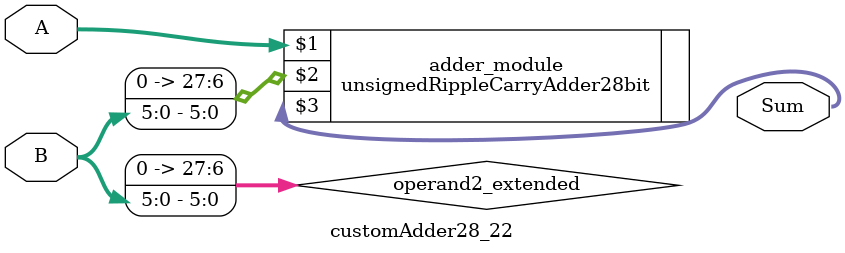
<source format=v>

module customAdder28_22(
                    input [27 : 0] A,
                    input [5 : 0] B,
                    
                    output [28 : 0] Sum
            );

    wire [27 : 0] operand2_extended;
    
    assign operand2_extended =  {22'b0, B};
    
    unsignedRippleCarryAdder28bit adder_module(
        A,
        operand2_extended,
        Sum
    );
    
endmodule
        
</source>
